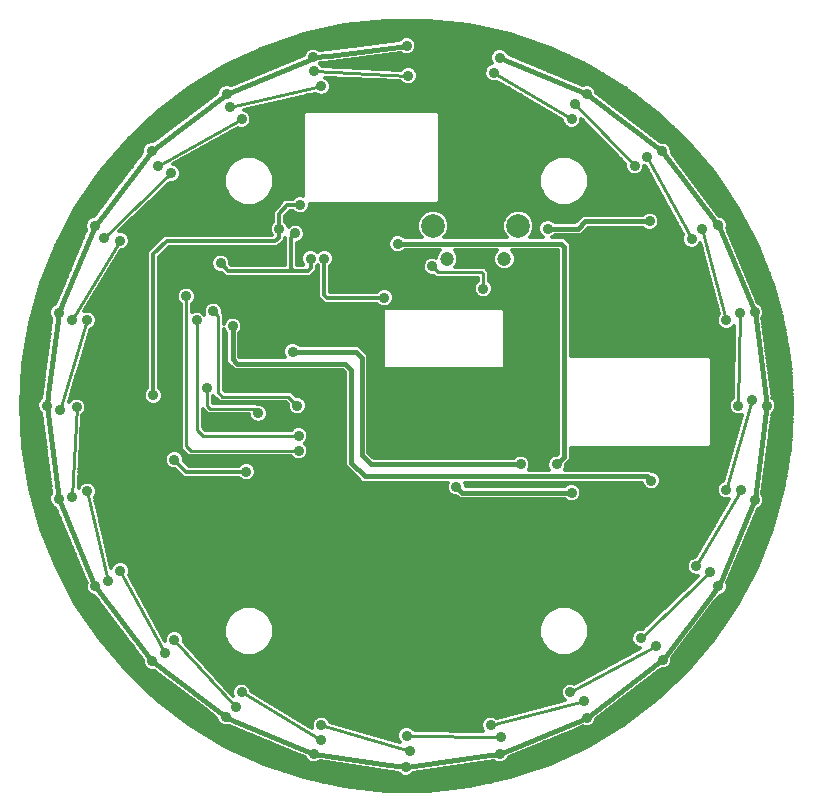
<source format=gbl>
G75*
%MOIN*%
%OFA0B0*%
%FSLAX24Y24*%
%IPPOS*%
%LPD*%
%AMOC8*
5,1,8,0,0,1.08239X$1,22.5*
%
%ADD10C,0.0472*%
%ADD11C,0.0787*%
%ADD12C,0.0120*%
%ADD13C,0.0350*%
%ADD14C,0.0160*%
%ADD15C,0.0100*%
D10*
X014505Y018058D03*
X016415Y018058D03*
D11*
X016881Y019160D03*
X014039Y019160D03*
D12*
X004916Y004189D02*
X003965Y004189D01*
X003840Y004308D02*
X004760Y004308D01*
X004727Y004332D02*
X006389Y003070D01*
X006389Y003070D01*
X006813Y002747D01*
X006813Y002721D01*
X006861Y002606D01*
X006950Y002517D01*
X007066Y002469D01*
X007191Y002469D01*
X007239Y002489D01*
X009563Y001528D01*
X009768Y001443D01*
X009793Y001382D01*
X009882Y001293D01*
X009997Y001245D01*
X010123Y001245D01*
X010238Y001293D01*
X010255Y001309D01*
X012631Y000964D01*
X012631Y000964D01*
X012864Y000931D01*
X012947Y000848D01*
X013063Y000800D01*
X013188Y000800D01*
X013304Y000848D01*
X013375Y000919D01*
X016052Y001308D01*
X016065Y001309D01*
X016082Y001293D01*
X016197Y001245D01*
X016323Y001245D01*
X016438Y001293D01*
X016527Y001382D01*
X016552Y001443D01*
X018620Y002298D01*
X019036Y002471D01*
X019097Y002445D01*
X019223Y002445D01*
X019338Y002493D01*
X019427Y002582D01*
X019475Y002697D01*
X019475Y002723D01*
X021609Y004345D01*
X021609Y004345D01*
X021615Y004350D01*
X021623Y004349D01*
X021657Y004378D01*
X021748Y004378D01*
X021863Y004426D01*
X021952Y004515D01*
X022000Y004630D01*
X022000Y004744D01*
X023444Y006644D01*
X023585Y006830D01*
X023611Y006830D01*
X023727Y006878D01*
X023815Y006966D01*
X023863Y007082D01*
X023863Y007207D01*
X023841Y007261D01*
X024841Y009635D01*
X024875Y009717D01*
X024938Y009743D01*
X025027Y009832D01*
X025075Y009947D01*
X025075Y010073D01*
X025027Y010188D01*
X025007Y010209D01*
X025349Y012904D01*
X025427Y012982D01*
X025475Y013097D01*
X025475Y013223D01*
X025427Y013338D01*
X025349Y013417D01*
X025016Y015992D01*
X025019Y015995D01*
X025005Y016082D01*
X025003Y016093D01*
X025017Y016107D01*
X025065Y016222D01*
X025065Y016348D01*
X025017Y016463D01*
X024928Y016552D01*
X024867Y016577D01*
X023866Y018997D01*
X023864Y019001D01*
X023866Y019005D01*
X023836Y019069D01*
X023858Y019120D01*
X023858Y019245D01*
X023810Y019361D01*
X023721Y019450D01*
X023605Y019498D01*
X023580Y019498D01*
X022175Y021345D01*
X022175Y021345D01*
X022088Y021460D01*
X021993Y021585D01*
X021993Y021699D01*
X021945Y021814D01*
X021857Y021903D01*
X021741Y021951D01*
X021641Y021951D01*
X019541Y023547D01*
X019541Y023547D01*
X019475Y023597D01*
X019475Y023623D01*
X020607Y023623D01*
X020763Y023505D02*
X019597Y023505D01*
X019475Y023623D02*
X019427Y023738D01*
X019338Y023827D01*
X019223Y023875D01*
X019097Y023875D01*
X019036Y023849D01*
X016552Y024877D01*
X016527Y024938D01*
X016438Y025027D01*
X016323Y025075D01*
X016197Y025075D01*
X016082Y025027D01*
X015993Y024938D01*
X015945Y024823D01*
X015945Y024697D01*
X015993Y024582D01*
X016000Y024575D01*
X015997Y024575D01*
X015882Y024527D01*
X015793Y024438D01*
X015745Y024323D01*
X015745Y024197D01*
X015793Y024082D01*
X015882Y023993D01*
X015997Y023945D01*
X016123Y023945D01*
X016179Y023968D01*
X018345Y022677D01*
X018345Y022647D01*
X018393Y022532D01*
X018482Y022443D01*
X018597Y022395D01*
X018723Y022395D01*
X018838Y022443D01*
X018927Y022532D01*
X018975Y022647D01*
X018975Y022718D01*
X020445Y021211D01*
X020445Y021097D01*
X020493Y020982D01*
X020582Y020893D01*
X020697Y020845D01*
X020823Y020845D01*
X020938Y020893D01*
X021027Y020982D01*
X021075Y021097D01*
X021075Y021154D01*
X021097Y021145D01*
X021115Y021145D01*
X022373Y018840D01*
X022345Y018773D01*
X022345Y018647D01*
X022393Y018532D01*
X022482Y018443D01*
X022597Y018395D01*
X022723Y018395D01*
X022838Y018443D01*
X022927Y018532D01*
X022942Y018569D01*
X023562Y016207D01*
X023543Y016188D01*
X023495Y016073D01*
X023495Y015947D01*
X023543Y015832D01*
X023632Y015743D01*
X023747Y015695D01*
X023873Y015695D01*
X023988Y015743D01*
X024063Y015817D01*
X024024Y013420D01*
X023943Y013338D01*
X023895Y013223D01*
X023895Y013097D01*
X023943Y012982D01*
X024032Y012893D01*
X024147Y012845D01*
X024273Y012845D01*
X024322Y012866D01*
X023696Y010654D01*
X023632Y010627D01*
X023543Y010538D01*
X023495Y010423D01*
X023495Y010297D01*
X023543Y010182D01*
X023632Y010093D01*
X023747Y010045D01*
X023873Y010045D01*
X023914Y010062D01*
X022775Y008125D01*
X022747Y008125D01*
X022632Y008077D01*
X022543Y007988D01*
X022495Y007873D01*
X022495Y007747D01*
X022543Y007632D01*
X022632Y007543D01*
X022747Y007495D01*
X022865Y007495D01*
X021014Y005725D01*
X020897Y005725D01*
X020782Y005677D01*
X020693Y005588D01*
X020645Y005473D01*
X020645Y005347D01*
X020693Y005232D01*
X020782Y005143D01*
X020897Y005095D01*
X020943Y005095D01*
X018740Y003897D01*
X018673Y003925D01*
X018547Y003925D01*
X018432Y003877D01*
X018343Y003788D01*
X018295Y003673D01*
X018295Y003547D01*
X018343Y003432D01*
X018431Y003344D01*
X016158Y002757D01*
X016138Y002777D01*
X016023Y002825D01*
X015897Y002825D01*
X015782Y002777D01*
X015693Y002688D01*
X015645Y002573D01*
X015645Y002447D01*
X015693Y002332D01*
X015715Y002309D01*
X013420Y002346D01*
X013338Y002427D01*
X013223Y002475D01*
X013097Y002475D01*
X012982Y002427D01*
X012893Y002338D01*
X012845Y002223D01*
X012845Y002097D01*
X012893Y001982D01*
X012918Y001956D01*
X010604Y002623D01*
X010577Y002688D01*
X010488Y002777D01*
X010373Y002825D01*
X010247Y002825D01*
X010132Y002777D01*
X010043Y002688D01*
X009995Y002573D01*
X009995Y002447D01*
X010009Y002414D01*
X007975Y003642D01*
X007975Y003673D01*
X007927Y003788D01*
X007838Y003877D01*
X007723Y003925D01*
X007597Y003925D01*
X007482Y003877D01*
X007393Y003788D01*
X007345Y003673D01*
X007345Y003547D01*
X007367Y003494D01*
X005725Y005297D01*
X005725Y005423D01*
X005677Y005538D01*
X005588Y005627D01*
X005473Y005675D01*
X005347Y005675D01*
X005232Y005627D01*
X005143Y005538D01*
X005095Y005423D01*
X005095Y005334D01*
X003897Y007530D01*
X003925Y007597D01*
X003925Y007723D01*
X003877Y007838D01*
X003788Y007927D01*
X003673Y007975D01*
X003547Y007975D01*
X003432Y007927D01*
X003343Y007838D01*
X003304Y007744D01*
X003304Y007744D01*
X002752Y010107D01*
X002777Y010132D01*
X002825Y010247D01*
X002825Y010373D01*
X002777Y010488D01*
X002688Y010577D01*
X002573Y010625D01*
X002447Y010625D01*
X002332Y010577D01*
X002243Y010488D01*
X002216Y010423D01*
X002337Y012842D01*
X002338Y012843D01*
X002427Y012932D01*
X002475Y013047D01*
X002475Y013173D01*
X002427Y013288D01*
X002338Y013377D01*
X002223Y013425D01*
X002097Y013425D01*
X001982Y013377D01*
X001893Y013288D01*
X001889Y013279D01*
X002620Y015714D01*
X002688Y015743D01*
X002777Y015832D01*
X002825Y015947D01*
X002825Y016073D01*
X002777Y016188D01*
X002688Y016277D01*
X002573Y016325D01*
X002447Y016325D01*
X002414Y016311D01*
X003642Y018345D01*
X003673Y018345D01*
X003788Y018393D01*
X003877Y018482D01*
X003925Y018597D01*
X003925Y018723D01*
X003877Y018838D01*
X003788Y018927D01*
X003673Y018975D01*
X003560Y018975D01*
X005255Y020595D01*
X005373Y020595D01*
X005488Y020643D01*
X005577Y020732D01*
X005625Y020847D01*
X005625Y020973D01*
X005577Y021088D01*
X005488Y021177D01*
X005373Y021225D01*
X005370Y021225D01*
X007532Y022422D01*
X007597Y022395D01*
X007723Y022395D01*
X007838Y022443D01*
X007927Y022532D01*
X007975Y022647D01*
X007975Y022773D01*
X007927Y022888D01*
X007838Y022977D01*
X007728Y023023D01*
X010106Y023568D01*
X010132Y023543D01*
X010247Y023495D01*
X010373Y023495D01*
X010488Y023543D01*
X010577Y023632D01*
X010625Y023747D01*
X010625Y023873D01*
X010577Y023988D01*
X010488Y024077D01*
X010427Y024102D01*
X012943Y023983D01*
X012943Y023982D01*
X013032Y023893D01*
X013147Y023845D01*
X013273Y023845D01*
X013388Y023893D01*
X013477Y023982D01*
X013525Y024097D01*
X015787Y024097D01*
X015745Y024216D02*
X013525Y024216D01*
X013525Y024223D02*
X013477Y024338D01*
X013388Y024427D01*
X013273Y024475D01*
X013147Y024475D01*
X013032Y024427D01*
X012966Y024362D01*
X010327Y024487D01*
X010327Y024488D01*
X010263Y024553D01*
X010285Y024575D01*
X010500Y024597D01*
X010502Y024595D01*
X010590Y024607D01*
X010678Y024616D01*
X010680Y024618D01*
X012962Y024913D01*
X012982Y024893D01*
X013097Y024845D01*
X013223Y024845D01*
X013338Y024893D01*
X013427Y024982D01*
X013475Y025097D01*
X013475Y025223D01*
X013427Y025338D01*
X013338Y025427D01*
X013223Y025475D01*
X013097Y025475D01*
X012982Y025427D01*
X012903Y025349D01*
X010539Y025044D01*
X010238Y025012D01*
X010213Y025037D01*
X010097Y025085D01*
X009972Y025085D01*
X009856Y025037D01*
X009768Y024948D01*
X009732Y024862D01*
X007409Y023901D01*
X007284Y023849D01*
X007223Y023875D01*
X007097Y023875D01*
X006982Y023827D01*
X006893Y023738D01*
X006845Y023623D01*
X005713Y023623D01*
X005557Y023505D02*
X006723Y023505D01*
X006845Y023597D02*
X004711Y021975D01*
X004597Y021975D01*
X004482Y021927D01*
X004393Y021838D01*
X004345Y021723D01*
X004345Y021609D01*
X002997Y019836D01*
X002723Y019475D01*
X002697Y019475D01*
X002582Y019427D01*
X002493Y019338D01*
X002445Y019223D01*
X002445Y019097D01*
X002471Y019036D01*
X001471Y016619D01*
X001443Y016552D01*
X001382Y016527D01*
X001293Y016438D01*
X001245Y016323D01*
X001245Y016197D01*
X001293Y016082D01*
X001313Y016062D01*
X001006Y013685D01*
X000971Y013417D01*
X000893Y013338D01*
X000845Y013223D01*
X000845Y013097D01*
X000893Y012982D01*
X000971Y012903D01*
X001313Y010258D01*
X001293Y010238D01*
X001245Y010123D01*
X001245Y009997D01*
X001293Y009882D01*
X001382Y009793D01*
X001443Y009768D01*
X002467Y007294D01*
X002465Y007289D01*
X002483Y007250D01*
X002462Y007200D01*
X002462Y007075D01*
X002510Y006959D01*
X002599Y006870D01*
X002715Y006822D01*
X002740Y006822D01*
X004304Y004764D01*
X004304Y004761D01*
X004359Y004692D01*
X004361Y004689D01*
X004361Y004585D01*
X004409Y004469D01*
X004498Y004380D01*
X004614Y004332D01*
X004727Y004332D01*
X004452Y004426D02*
X003737Y004426D01*
X003827Y004320D02*
X002926Y005380D01*
X002145Y006533D01*
X001493Y007762D01*
X000978Y009055D01*
X000606Y010397D01*
X000380Y011770D01*
X000305Y013160D01*
X000380Y014550D01*
X000606Y015923D01*
X000978Y017265D01*
X001493Y018558D01*
X002145Y019787D01*
X002926Y020940D01*
X003827Y022000D01*
X004838Y022958D01*
X005946Y023800D01*
X007139Y024518D01*
X008402Y025102D01*
X009721Y025546D01*
X011080Y025846D01*
X012464Y025996D01*
X013856Y025996D01*
X015240Y025846D01*
X016599Y025546D01*
X017918Y025102D01*
X019181Y024518D01*
X020374Y023800D01*
X021482Y022958D01*
X022493Y022000D01*
X023394Y020940D01*
X024175Y019787D01*
X024827Y018558D01*
X025342Y017265D01*
X025714Y015923D01*
X025940Y014550D01*
X026015Y013160D01*
X025940Y011770D01*
X025940Y011770D01*
X025714Y010397D01*
X025342Y009055D01*
X024827Y007762D01*
X024175Y006533D01*
X023394Y005380D01*
X022493Y004320D01*
X022493Y004320D01*
X021482Y003362D01*
X020374Y002520D01*
X019181Y001802D01*
X017918Y001218D01*
X016599Y000774D01*
X015240Y000474D01*
X013856Y000324D01*
X012464Y000324D01*
X011080Y000474D01*
X009721Y000774D01*
X008402Y001218D01*
X007139Y001802D01*
X005946Y002520D01*
X004838Y003362D01*
X003827Y004320D01*
X003636Y004545D02*
X004378Y004545D01*
X004361Y004663D02*
X003536Y004663D01*
X003435Y004782D02*
X004291Y004782D01*
X004201Y004900D02*
X003334Y004900D01*
X003234Y005019D02*
X004111Y005019D01*
X004021Y005137D02*
X003133Y005137D01*
X003032Y005256D02*
X003931Y005256D01*
X003841Y005374D02*
X002932Y005374D01*
X002850Y005493D02*
X003751Y005493D01*
X003661Y005611D02*
X002770Y005611D01*
X002690Y005730D02*
X003571Y005730D01*
X003481Y005848D02*
X002609Y005848D01*
X002529Y005967D02*
X003391Y005967D01*
X003301Y006085D02*
X002449Y006085D01*
X002368Y006204D02*
X003211Y006204D01*
X003121Y006322D02*
X002288Y006322D01*
X002208Y006441D02*
X003030Y006441D01*
X002940Y006559D02*
X002131Y006559D01*
X002068Y006678D02*
X002850Y006678D01*
X002760Y006796D02*
X002005Y006796D01*
X001943Y006915D02*
X002555Y006915D01*
X002480Y007033D02*
X001880Y007033D01*
X001817Y007152D02*
X002462Y007152D01*
X002473Y007270D02*
X001754Y007270D01*
X001691Y007389D02*
X002427Y007389D01*
X002378Y007507D02*
X001628Y007507D01*
X001566Y007626D02*
X002329Y007626D01*
X002280Y007744D02*
X001503Y007744D01*
X001453Y007863D02*
X002231Y007863D01*
X002182Y007981D02*
X001406Y007981D01*
X001359Y008100D02*
X002133Y008100D01*
X002084Y008218D02*
X001312Y008218D01*
X001264Y008337D02*
X002035Y008337D01*
X001986Y008455D02*
X001217Y008455D01*
X001170Y008574D02*
X001937Y008574D01*
X001888Y008692D02*
X001123Y008692D01*
X001075Y008811D02*
X001839Y008811D01*
X001790Y008929D02*
X001028Y008929D01*
X000981Y009048D02*
X001741Y009048D01*
X001692Y009166D02*
X000947Y009166D01*
X000914Y009285D02*
X001643Y009285D01*
X001594Y009403D02*
X000881Y009403D01*
X000848Y009522D02*
X001545Y009522D01*
X001496Y009640D02*
X000816Y009640D01*
X000783Y009759D02*
X001447Y009759D01*
X001298Y009877D02*
X000750Y009877D01*
X000717Y009996D02*
X001246Y009996D01*
X001245Y010114D02*
X000684Y010114D01*
X000651Y010233D02*
X001291Y010233D01*
X001301Y010351D02*
X000618Y010351D01*
X000594Y010470D02*
X001285Y010470D01*
X001270Y010588D02*
X000574Y010588D01*
X000555Y010707D02*
X001255Y010707D01*
X001239Y010825D02*
X000535Y010825D01*
X000516Y010944D02*
X001224Y010944D01*
X001209Y011062D02*
X000496Y011062D01*
X000477Y011181D02*
X001194Y011181D01*
X001178Y011299D02*
X000458Y011299D01*
X000438Y011418D02*
X001163Y011418D01*
X001148Y011536D02*
X000419Y011536D01*
X000399Y011655D02*
X001132Y011655D01*
X001117Y011773D02*
X000380Y011773D01*
X000374Y011892D02*
X001102Y011892D01*
X001087Y012010D02*
X000367Y012010D01*
X000361Y012129D02*
X001071Y012129D01*
X001056Y012247D02*
X000354Y012247D01*
X000348Y012366D02*
X001041Y012366D01*
X001025Y012484D02*
X000342Y012484D01*
X000335Y012603D02*
X001010Y012603D01*
X000995Y012721D02*
X000329Y012721D01*
X000322Y012840D02*
X000980Y012840D01*
X000916Y012958D02*
X000316Y012958D01*
X000310Y013077D02*
X000854Y013077D01*
X000845Y013195D02*
X000307Y013195D01*
X000313Y013314D02*
X000883Y013314D01*
X000973Y013432D02*
X000320Y013432D01*
X000326Y013551D02*
X000989Y013551D01*
X001004Y013669D02*
X000333Y013669D01*
X000339Y013788D02*
X001019Y013788D01*
X001034Y013906D02*
X000345Y013906D01*
X000352Y014025D02*
X001050Y014025D01*
X001065Y014143D02*
X000358Y014143D01*
X000365Y014262D02*
X001080Y014262D01*
X001096Y014380D02*
X000371Y014380D01*
X000378Y014499D02*
X001111Y014499D01*
X001126Y014617D02*
X000391Y014617D01*
X000411Y014736D02*
X001141Y014736D01*
X001157Y014854D02*
X000430Y014854D01*
X000450Y014973D02*
X001172Y014973D01*
X001187Y015091D02*
X000469Y015091D01*
X000489Y015210D02*
X001203Y015210D01*
X001218Y015328D02*
X000508Y015328D01*
X000527Y015447D02*
X001233Y015447D01*
X001249Y015565D02*
X000547Y015565D01*
X000566Y015684D02*
X001264Y015684D01*
X001279Y015802D02*
X000586Y015802D01*
X000605Y015921D02*
X001294Y015921D01*
X001310Y016039D02*
X000638Y016039D01*
X000671Y016158D02*
X001261Y016158D01*
X001245Y016276D02*
X000703Y016276D01*
X000736Y016395D02*
X001275Y016395D01*
X001368Y016513D02*
X000769Y016513D01*
X000802Y016632D02*
X001476Y016632D01*
X001525Y016750D02*
X000835Y016750D01*
X000868Y016869D02*
X001574Y016869D01*
X001623Y016987D02*
X000901Y016987D01*
X000934Y017106D02*
X001672Y017106D01*
X001721Y017224D02*
X000967Y017224D01*
X001009Y017343D02*
X001770Y017343D01*
X001819Y017461D02*
X001056Y017461D01*
X001103Y017580D02*
X001868Y017580D01*
X001917Y017698D02*
X001151Y017698D01*
X001198Y017817D02*
X001966Y017817D01*
X002015Y017935D02*
X001245Y017935D01*
X001292Y018054D02*
X002064Y018054D01*
X002113Y018172D02*
X001339Y018172D01*
X001387Y018291D02*
X002162Y018291D01*
X002211Y018409D02*
X001434Y018409D01*
X001481Y018528D02*
X002260Y018528D01*
X002309Y018646D02*
X001540Y018646D01*
X001603Y018765D02*
X002358Y018765D01*
X002407Y018883D02*
X001666Y018883D01*
X001728Y019002D02*
X002456Y019002D01*
X002445Y019120D02*
X001791Y019120D01*
X001854Y019239D02*
X002452Y019239D01*
X002512Y019357D02*
X001917Y019357D01*
X001980Y019476D02*
X002723Y019476D01*
X002814Y019594D02*
X002043Y019594D01*
X002105Y019713D02*
X002904Y019713D01*
X002994Y019831D02*
X002175Y019831D01*
X002255Y019950D02*
X003084Y019950D01*
X002997Y019836D02*
X002997Y019836D01*
X003174Y020068D02*
X002335Y020068D01*
X002416Y020187D02*
X003264Y020187D01*
X003354Y020305D02*
X002496Y020305D01*
X002576Y020424D02*
X003444Y020424D01*
X003534Y020542D02*
X002657Y020542D01*
X002737Y020661D02*
X003624Y020661D01*
X003714Y020779D02*
X002817Y020779D01*
X002898Y020898D02*
X003804Y020898D01*
X003894Y021016D02*
X002991Y021016D01*
X003092Y021135D02*
X003984Y021135D01*
X004074Y021253D02*
X003193Y021253D01*
X003293Y021372D02*
X004164Y021372D01*
X004255Y021490D02*
X003394Y021490D01*
X003495Y021609D02*
X004345Y021609D01*
X004347Y021727D02*
X003595Y021727D01*
X003696Y021846D02*
X004400Y021846D01*
X004571Y021964D02*
X003796Y021964D01*
X003914Y022083D02*
X004852Y022083D01*
X005008Y022201D02*
X004039Y022201D01*
X004164Y022320D02*
X005164Y022320D01*
X005320Y022438D02*
X004289Y022438D01*
X004414Y022557D02*
X005476Y022557D01*
X005632Y022675D02*
X004540Y022675D01*
X004665Y022794D02*
X005788Y022794D01*
X005944Y022912D02*
X004790Y022912D01*
X004838Y022958D02*
X004838Y022958D01*
X004934Y023031D02*
X006100Y023031D01*
X006256Y023149D02*
X005090Y023149D01*
X005246Y023268D02*
X006412Y023268D01*
X006568Y023386D02*
X005401Y023386D01*
X005869Y023742D02*
X006896Y023742D01*
X006845Y023623D02*
X006845Y023597D01*
X007061Y023860D02*
X006046Y023860D01*
X006243Y023979D02*
X007596Y023979D01*
X007882Y024097D02*
X006440Y024097D01*
X006637Y024216D02*
X008169Y024216D01*
X008455Y024334D02*
X006834Y024334D01*
X007031Y024453D02*
X008742Y024453D01*
X009028Y024571D02*
X007254Y024571D01*
X007510Y024690D02*
X009314Y024690D01*
X009601Y024808D02*
X007767Y024808D01*
X008023Y024927D02*
X009759Y024927D01*
X009876Y025045D02*
X008279Y025045D01*
X008585Y025164D02*
X011468Y025164D01*
X011233Y024690D02*
X015948Y024690D01*
X015945Y024808D02*
X012152Y024808D01*
X012387Y025282D02*
X008936Y025282D01*
X009288Y025401D02*
X012955Y025401D01*
X013365Y025401D02*
X017032Y025401D01*
X016680Y025519D02*
X009640Y025519D01*
X010135Y025638D02*
X016185Y025638D01*
X015647Y025756D02*
X010673Y025756D01*
X010550Y025045D02*
X010193Y025045D01*
X010281Y024571D02*
X015988Y024571D01*
X015807Y024453D02*
X013327Y024453D01*
X013479Y024334D02*
X015750Y024334D01*
X015916Y023979D02*
X013474Y023979D01*
X013525Y024097D02*
X013525Y024223D01*
X013309Y023860D02*
X016360Y023860D01*
X016559Y023742D02*
X010623Y023742D01*
X010625Y023860D02*
X013111Y023860D01*
X012946Y023979D02*
X010581Y023979D01*
X010537Y024097D02*
X010440Y024097D01*
X010569Y023623D02*
X016757Y023623D01*
X016956Y023505D02*
X010396Y023505D01*
X010224Y023505D02*
X009828Y023505D01*
X009312Y023386D02*
X017155Y023386D01*
X017354Y023268D02*
X008796Y023268D01*
X008280Y023149D02*
X017552Y023149D01*
X017751Y023031D02*
X007763Y023031D01*
X007903Y022912D02*
X009729Y022912D01*
X009695Y022878D02*
X009695Y020166D01*
X009673Y020175D01*
X009547Y020175D01*
X009432Y020127D01*
X009365Y020060D01*
X009232Y020060D01*
X009224Y020067D01*
X009151Y020060D01*
X009077Y020060D01*
X009070Y020053D01*
X009059Y020052D01*
X009012Y019995D01*
X008960Y019943D01*
X008960Y019932D01*
X008762Y019695D01*
X008710Y019643D01*
X008710Y019632D01*
X008703Y019624D01*
X008710Y019551D01*
X008710Y019295D01*
X008643Y019228D01*
X008595Y019113D01*
X008595Y018987D01*
X008643Y018872D01*
X008655Y018860D01*
X005077Y018860D01*
X004627Y018410D01*
X004510Y018293D01*
X004510Y013755D01*
X004443Y013688D01*
X004395Y013573D01*
X004395Y013447D01*
X004443Y013332D01*
X004532Y013243D01*
X004647Y013195D01*
X002466Y013195D01*
X002475Y013077D02*
X005620Y013077D01*
X005620Y013195D02*
X004773Y013195D01*
X004888Y013243D01*
X004977Y013332D01*
X005025Y013447D01*
X005025Y013573D01*
X004977Y013688D01*
X004910Y013755D01*
X004910Y018127D01*
X005243Y018460D01*
X008740Y018460D01*
X008802Y018448D01*
X008821Y018460D01*
X008843Y018460D01*
X008887Y018505D01*
X008971Y018560D01*
X008993Y018560D01*
X009037Y018605D01*
X009090Y018640D01*
X009094Y018661D01*
X009110Y018677D01*
X009110Y018740D01*
X009110Y018740D01*
X009110Y017860D01*
X007293Y017860D01*
X007275Y017878D01*
X007275Y017973D01*
X007227Y018088D01*
X007138Y018177D01*
X007023Y018225D01*
X006897Y018225D01*
X006782Y018177D01*
X006693Y018088D01*
X006645Y017973D01*
X006645Y017847D01*
X006693Y017732D01*
X006782Y017643D01*
X006897Y017595D01*
X006992Y017595D01*
X007010Y017577D01*
X007127Y017460D01*
X009943Y017460D01*
X010043Y017560D01*
X010160Y017677D01*
X010160Y017815D01*
X010185Y017840D01*
X010210Y017815D01*
X010210Y016777D01*
X010310Y016677D01*
X010427Y016560D01*
X012165Y016560D01*
X012232Y016493D01*
X012347Y016445D01*
X012473Y016445D01*
X012588Y016493D01*
X012677Y016582D01*
X012725Y016697D01*
X012725Y016823D01*
X012677Y016938D01*
X012588Y017027D01*
X012473Y017075D01*
X012347Y017075D01*
X012232Y017027D01*
X012165Y016960D01*
X010610Y016960D01*
X010610Y017815D01*
X010677Y017882D01*
X010725Y017997D01*
X010725Y018123D01*
X010677Y018238D01*
X010588Y018327D01*
X010473Y018375D01*
X010347Y018375D01*
X010232Y018327D01*
X010185Y018280D01*
X010138Y018327D01*
X010023Y018375D01*
X009897Y018375D01*
X009782Y018327D01*
X009693Y018238D01*
X009645Y018123D01*
X009645Y017997D01*
X009693Y017882D01*
X009715Y017860D01*
X009510Y017860D01*
X009510Y018598D01*
X009618Y018643D01*
X009707Y018732D01*
X009755Y018847D01*
X009755Y018973D01*
X009707Y019088D01*
X009618Y019177D01*
X009503Y019225D01*
X009377Y019225D01*
X009262Y019177D01*
X009217Y019132D01*
X009177Y019228D01*
X009110Y019295D01*
X009110Y019488D01*
X009254Y019660D01*
X009365Y019660D01*
X009432Y019593D01*
X009547Y019545D01*
X009673Y019545D01*
X009788Y019593D01*
X009877Y019682D01*
X009925Y019797D01*
X009925Y019895D01*
X014178Y019895D01*
X014275Y019992D01*
X014275Y022878D01*
X014178Y022975D01*
X009792Y022975D01*
X009695Y022878D01*
X009695Y022794D02*
X007966Y022794D01*
X007975Y022675D02*
X009695Y022675D01*
X009695Y022557D02*
X007937Y022557D01*
X007827Y022438D02*
X009695Y022438D01*
X009695Y022320D02*
X007347Y022320D01*
X007133Y022201D02*
X009695Y022201D01*
X009695Y022083D02*
X006919Y022083D01*
X006705Y021964D02*
X009695Y021964D01*
X009695Y021846D02*
X006491Y021846D01*
X006277Y021727D02*
X009695Y021727D01*
X009695Y021609D02*
X006063Y021609D01*
X005849Y021490D02*
X009695Y021490D01*
X009695Y021372D02*
X008361Y021372D01*
X008380Y021364D02*
X008075Y021490D01*
X007745Y021490D01*
X007440Y021364D01*
X007206Y021130D01*
X007080Y020825D01*
X007080Y020495D01*
X007206Y020190D01*
X007440Y019956D01*
X007745Y019830D01*
X007951Y019830D01*
X008075Y019830D01*
X008075Y019830D01*
X008380Y019956D01*
X008614Y020190D01*
X008740Y020495D01*
X008740Y020825D01*
X008614Y021130D01*
X008614Y021130D01*
X008380Y021364D01*
X008380Y021364D01*
X008491Y021253D02*
X009695Y021253D01*
X009695Y021135D02*
X008609Y021135D01*
X008661Y021016D02*
X009695Y021016D01*
X009695Y020898D02*
X008710Y020898D01*
X008740Y020779D02*
X009695Y020779D01*
X009695Y020661D02*
X008740Y020661D01*
X008740Y020542D02*
X009695Y020542D01*
X009695Y020424D02*
X008710Y020424D01*
X008661Y020305D02*
X009695Y020305D01*
X009695Y020187D02*
X008610Y020187D01*
X008614Y020190D02*
X008614Y020190D01*
X008492Y020068D02*
X009373Y020068D01*
X009160Y019860D02*
X009610Y019860D01*
X009925Y019831D02*
X018242Y019831D01*
X018245Y019830D02*
X018369Y019830D01*
X018575Y019830D01*
X018880Y019956D01*
X019114Y020190D01*
X019240Y020495D01*
X019240Y020825D01*
X019114Y021130D01*
X019114Y021130D01*
X018880Y021364D01*
X018575Y021490D01*
X018245Y021490D01*
X017940Y021364D01*
X017706Y021130D01*
X017580Y020825D01*
X017580Y020495D01*
X017706Y020190D01*
X017940Y019956D01*
X018245Y019830D01*
X017956Y019950D02*
X014233Y019950D01*
X014275Y020068D02*
X017828Y020068D01*
X017940Y019956D02*
X017940Y019956D01*
X017710Y020187D02*
X014275Y020187D01*
X014275Y020305D02*
X017659Y020305D01*
X017706Y020190D02*
X017706Y020190D01*
X017610Y020424D02*
X014275Y020424D01*
X014275Y020542D02*
X017580Y020542D01*
X017580Y020661D02*
X014275Y020661D01*
X014275Y020779D02*
X017580Y020779D01*
X017610Y020898D02*
X014275Y020898D01*
X014275Y021016D02*
X017659Y021016D01*
X017706Y021130D02*
X017706Y021130D01*
X017711Y021135D02*
X014275Y021135D01*
X014275Y021253D02*
X017829Y021253D01*
X017940Y021364D02*
X017940Y021364D01*
X017959Y021372D02*
X014275Y021372D01*
X014275Y021490D02*
X020173Y021490D01*
X020288Y021372D02*
X018861Y021372D01*
X018880Y021364D02*
X018880Y021364D01*
X018991Y021253D02*
X020404Y021253D01*
X020445Y021135D02*
X019109Y021135D01*
X019161Y021016D02*
X020479Y021016D01*
X020577Y020898D02*
X019210Y020898D01*
X019240Y020779D02*
X021315Y020779D01*
X021380Y020661D02*
X019240Y020661D01*
X019240Y020542D02*
X021444Y020542D01*
X021509Y020424D02*
X019210Y020424D01*
X019161Y020305D02*
X021574Y020305D01*
X021638Y020187D02*
X019110Y020187D01*
X019114Y020190D02*
X019114Y020190D01*
X019114Y020190D01*
X018992Y020068D02*
X021703Y020068D01*
X021767Y019950D02*
X018864Y019950D01*
X018578Y019831D02*
X021832Y019831D01*
X021897Y019713D02*
X009890Y019713D01*
X009790Y019594D02*
X013718Y019594D01*
X013736Y019612D02*
X013586Y019462D01*
X013505Y019266D01*
X013505Y019054D01*
X013586Y018858D01*
X013664Y018780D01*
X013085Y018780D01*
X013038Y018827D01*
X012923Y018875D01*
X012797Y018875D01*
X012682Y018827D01*
X012593Y018738D01*
X012545Y018623D01*
X012545Y018497D01*
X012593Y018382D01*
X012682Y018293D01*
X012797Y018245D01*
X012923Y018245D01*
X013038Y018293D01*
X013085Y018340D01*
X014256Y018340D01*
X014186Y018271D01*
X014129Y018132D01*
X014129Y018102D01*
X014073Y018125D01*
X013947Y018125D01*
X013832Y018077D01*
X013743Y017988D01*
X013695Y017873D01*
X013695Y017747D01*
X013743Y017632D01*
X013832Y017543D01*
X013947Y017495D01*
X014056Y017495D01*
X014131Y017420D01*
X015520Y017420D01*
X015520Y017315D01*
X015443Y017238D01*
X015395Y017123D01*
X015395Y016997D01*
X015443Y016882D01*
X015532Y016793D01*
X015647Y016745D01*
X015773Y016745D01*
X015888Y016793D01*
X015977Y016882D01*
X016025Y016997D01*
X016025Y017123D01*
X015977Y017238D01*
X015900Y017315D01*
X015900Y017639D01*
X015789Y017750D01*
X015739Y017800D01*
X014780Y017800D01*
X014824Y017845D01*
X014881Y017983D01*
X014881Y018132D01*
X014824Y018271D01*
X014755Y018340D01*
X016165Y018340D01*
X016096Y018271D01*
X016039Y018132D01*
X016039Y017983D01*
X016096Y017845D01*
X016202Y017739D01*
X016340Y017681D01*
X016490Y017681D01*
X016628Y017739D01*
X016734Y017845D01*
X016791Y017983D01*
X016791Y018132D01*
X016734Y018271D01*
X016664Y018340D01*
X018190Y018340D01*
X018190Y011551D01*
X018164Y011525D01*
X018097Y011525D01*
X017982Y011477D01*
X017893Y011388D01*
X017845Y011273D01*
X017845Y011147D01*
X017893Y011032D01*
X017895Y011030D01*
X017225Y011030D01*
X017227Y011032D01*
X017275Y011147D01*
X017275Y011273D01*
X017227Y011388D01*
X017138Y011477D01*
X017023Y011525D01*
X016897Y011525D01*
X016782Y011477D01*
X016735Y011430D01*
X012051Y011430D01*
X011880Y011601D01*
X011880Y014851D01*
X011680Y015051D01*
X011551Y015180D01*
X009585Y015180D01*
X009538Y015227D01*
X009423Y015275D01*
X009297Y015275D01*
X009182Y015227D01*
X009093Y015138D01*
X009045Y015023D01*
X009045Y014897D01*
X009093Y014782D01*
X009095Y014780D01*
X007601Y014780D01*
X007580Y014801D01*
X007580Y015585D01*
X007627Y015632D01*
X007675Y015747D01*
X007675Y015873D01*
X007627Y015988D01*
X007538Y016077D01*
X007423Y016125D01*
X007297Y016125D01*
X007182Y016077D01*
X007093Y015988D01*
X007050Y015885D01*
X007050Y016239D01*
X007025Y016264D01*
X007025Y016373D01*
X006977Y016488D01*
X006888Y016577D01*
X006773Y016625D01*
X006647Y016625D01*
X006532Y016577D01*
X006443Y016488D01*
X006395Y016373D01*
X006395Y016247D01*
X006414Y016201D01*
X006338Y016277D01*
X006223Y016325D01*
X006097Y016325D01*
X006000Y016285D01*
X006000Y016555D01*
X006077Y016632D01*
X006125Y016747D01*
X006125Y016873D01*
X006077Y016988D01*
X005988Y017077D01*
X005873Y017125D01*
X005747Y017125D01*
X005632Y017077D01*
X005543Y016988D01*
X005495Y016873D01*
X005495Y016747D01*
X005543Y016632D01*
X005620Y016555D01*
X005620Y011731D01*
X005731Y011620D01*
X005881Y011470D01*
X009305Y011470D01*
X009382Y011393D01*
X009497Y011345D01*
X009623Y011345D01*
X009738Y011393D01*
X009827Y011482D01*
X009875Y011597D01*
X009875Y011723D01*
X009827Y011838D01*
X009755Y011910D01*
X009827Y011982D01*
X009875Y012097D01*
X009875Y012223D01*
X009827Y012338D01*
X009738Y012427D01*
X009623Y012475D01*
X009497Y012475D01*
X009382Y012427D01*
X009305Y012350D01*
X006439Y012350D01*
X006350Y012439D01*
X006350Y013051D01*
X006431Y012970D01*
X006531Y012870D01*
X007895Y012870D01*
X007895Y012847D01*
X007943Y012732D01*
X008032Y012643D01*
X008147Y012595D01*
X008273Y012595D01*
X008388Y012643D01*
X008477Y012732D01*
X008525Y012847D01*
X008525Y012973D01*
X008477Y013088D01*
X008388Y013177D01*
X008273Y013225D01*
X008164Y013225D01*
X008139Y013250D01*
X006700Y013250D01*
X006700Y013501D01*
X006781Y013420D01*
X006931Y013270D01*
X009131Y013270D01*
X009195Y013206D01*
X009195Y013097D01*
X009243Y012982D01*
X009332Y012893D01*
X009447Y012845D01*
X009573Y012845D01*
X009688Y012893D01*
X009777Y012982D01*
X009825Y013097D01*
X009825Y013223D01*
X009777Y013338D01*
X009688Y013427D01*
X009573Y013475D01*
X009464Y013475D01*
X009400Y013539D01*
X009289Y013650D01*
X007089Y013650D01*
X007050Y013689D01*
X007050Y015735D01*
X007093Y015632D01*
X007140Y015585D01*
X007140Y014619D01*
X007269Y014490D01*
X007419Y014340D01*
X011019Y014340D01*
X011090Y014269D01*
X011090Y011169D01*
X011219Y011040D01*
X011669Y010590D01*
X014523Y010590D01*
X014495Y010523D01*
X014495Y010397D01*
X014543Y010282D01*
X014632Y010193D01*
X014747Y010145D01*
X014814Y010145D01*
X014919Y010040D01*
X018435Y010040D01*
X018482Y009993D01*
X018597Y009945D01*
X018723Y009945D01*
X018838Y009993D01*
X018927Y010082D01*
X018975Y010197D01*
X018975Y010323D01*
X018927Y010438D01*
X018838Y010527D01*
X018723Y010575D01*
X018597Y010575D01*
X018482Y010527D01*
X018435Y010480D01*
X015125Y010480D01*
X015125Y010523D01*
X015097Y010590D01*
X020998Y010590D01*
X021043Y010482D01*
X021132Y010393D01*
X021247Y010345D01*
X021373Y010345D01*
X021488Y010393D01*
X021577Y010482D01*
X021625Y010597D01*
X021625Y010723D01*
X021577Y010838D01*
X021488Y010927D01*
X021373Y010975D01*
X021306Y010975D01*
X021251Y011030D01*
X018425Y011030D01*
X018427Y011032D01*
X018475Y011147D01*
X018475Y011214D01*
X018501Y011240D01*
X018630Y011369D01*
X018630Y011745D01*
X023228Y011745D01*
X023325Y011842D01*
X023325Y014728D01*
X023228Y014825D01*
X018630Y014825D01*
X018630Y018551D01*
X018530Y018651D01*
X018401Y018780D01*
X018007Y018780D01*
X018038Y018793D01*
X018085Y018840D01*
X018951Y018840D01*
X019201Y019090D01*
X021035Y019090D01*
X021082Y019043D01*
X021197Y018995D01*
X021323Y018995D01*
X021438Y019043D01*
X021527Y019132D01*
X021575Y019247D01*
X021575Y019373D01*
X021527Y019488D01*
X021438Y019577D01*
X021323Y019625D01*
X021197Y019625D01*
X021082Y019577D01*
X021035Y019530D01*
X019019Y019530D01*
X018890Y019401D01*
X018769Y019280D01*
X018085Y019280D01*
X018038Y019327D01*
X017923Y019375D01*
X017797Y019375D01*
X017682Y019327D01*
X017593Y019238D01*
X017545Y019123D01*
X017545Y018997D01*
X017593Y018882D01*
X017682Y018793D01*
X017713Y018780D01*
X017256Y018780D01*
X017334Y018858D01*
X017415Y019054D01*
X017415Y019266D01*
X017334Y019462D01*
X017184Y019612D01*
X016987Y019694D01*
X016775Y019694D01*
X016579Y019612D01*
X016429Y019462D01*
X016348Y019266D01*
X016348Y019054D01*
X016429Y018858D01*
X016506Y018780D01*
X014414Y018780D01*
X014491Y018858D01*
X014572Y019054D01*
X014572Y019266D01*
X014491Y019462D01*
X014341Y019612D01*
X014145Y019694D01*
X013933Y019694D01*
X013736Y019612D01*
X013600Y019476D02*
X009110Y019476D01*
X009110Y019357D02*
X013543Y019357D01*
X013505Y019239D02*
X009167Y019239D01*
X008910Y019050D02*
X008910Y018760D01*
X008760Y018660D01*
X005160Y018660D01*
X004710Y018210D01*
X004710Y013510D01*
X004461Y013314D02*
X002402Y013314D01*
X002438Y012958D02*
X005620Y012958D01*
X005620Y012840D02*
X002337Y012840D01*
X002331Y012721D02*
X005620Y012721D01*
X005620Y012603D02*
X002325Y012603D01*
X002319Y012484D02*
X005620Y012484D01*
X005620Y012366D02*
X002313Y012366D01*
X002307Y012247D02*
X005620Y012247D01*
X005620Y012129D02*
X002301Y012129D01*
X002295Y012010D02*
X005620Y012010D01*
X005620Y011892D02*
X002289Y011892D01*
X002283Y011773D02*
X005620Y011773D01*
X005697Y011655D02*
X005522Y011655D01*
X005473Y011675D02*
X005347Y011675D01*
X005232Y011627D01*
X005143Y011538D01*
X005095Y011423D01*
X005095Y011297D01*
X005143Y011182D01*
X005232Y011093D01*
X005347Y011045D01*
X005442Y011045D01*
X005727Y010760D01*
X007565Y010760D01*
X007632Y010693D01*
X007747Y010645D01*
X007873Y010645D01*
X007988Y010693D01*
X008077Y010782D01*
X008125Y010897D01*
X008125Y011023D01*
X008077Y011138D01*
X007988Y011227D01*
X007873Y011275D01*
X007747Y011275D01*
X007632Y011227D01*
X007565Y011160D01*
X005893Y011160D01*
X005725Y011328D01*
X005725Y011423D01*
X005677Y011538D01*
X005588Y011627D01*
X005473Y011675D01*
X005298Y011655D02*
X002277Y011655D01*
X002272Y011536D02*
X005142Y011536D01*
X005095Y011418D02*
X002266Y011418D01*
X002260Y011299D02*
X005095Y011299D01*
X005144Y011181D02*
X002254Y011181D01*
X002248Y011062D02*
X005306Y011062D01*
X005544Y010944D02*
X002242Y010944D01*
X002236Y010825D02*
X005662Y010825D01*
X005810Y010960D02*
X007810Y010960D01*
X007585Y011181D02*
X005872Y011181D01*
X005754Y011299D02*
X011090Y011299D01*
X011090Y011181D02*
X008035Y011181D01*
X008109Y011062D02*
X011197Y011062D01*
X011315Y010944D02*
X008125Y010944D01*
X008095Y010825D02*
X011434Y010825D01*
X011552Y010707D02*
X008002Y010707D01*
X007618Y010707D02*
X002230Y010707D01*
X002224Y010588D02*
X002358Y010588D01*
X002235Y010470D02*
X002218Y010470D01*
X002662Y010588D02*
X014522Y010588D01*
X014495Y010470D02*
X002785Y010470D01*
X002825Y010351D02*
X014514Y010351D01*
X014592Y010233D02*
X002819Y010233D01*
X002759Y010114D02*
X014845Y010114D01*
X015098Y010588D02*
X020999Y010588D01*
X021055Y010470D02*
X018896Y010470D01*
X018963Y010351D02*
X021233Y010351D01*
X021387Y010351D02*
X023495Y010351D01*
X023514Y010470D02*
X021565Y010470D01*
X021621Y010588D02*
X023593Y010588D01*
X023711Y010707D02*
X021625Y010707D01*
X021583Y010825D02*
X023744Y010825D01*
X023778Y010944D02*
X021449Y010944D01*
X023256Y011773D02*
X024013Y011773D01*
X024046Y011892D02*
X023325Y011892D01*
X023325Y012010D02*
X024080Y012010D01*
X024114Y012129D02*
X023325Y012129D01*
X023325Y012247D02*
X024147Y012247D01*
X024181Y012366D02*
X023325Y012366D01*
X023325Y012484D02*
X024214Y012484D01*
X024248Y012603D02*
X023325Y012603D01*
X023325Y012721D02*
X024281Y012721D01*
X024315Y012840D02*
X023325Y012840D01*
X023325Y012958D02*
X023966Y012958D01*
X023904Y013077D02*
X023325Y013077D01*
X023325Y013195D02*
X023895Y013195D01*
X023933Y013314D02*
X023325Y013314D01*
X023325Y013432D02*
X024024Y013432D01*
X024026Y013551D02*
X023325Y013551D01*
X023325Y013669D02*
X024028Y013669D01*
X024030Y013788D02*
X023325Y013788D01*
X023325Y013906D02*
X024032Y013906D01*
X024034Y014025D02*
X023325Y014025D01*
X023325Y014143D02*
X024036Y014143D01*
X024038Y014262D02*
X023325Y014262D01*
X023325Y014380D02*
X024040Y014380D01*
X024042Y014499D02*
X023325Y014499D01*
X023325Y014617D02*
X024043Y014617D01*
X024045Y014736D02*
X023318Y014736D01*
X024047Y014854D02*
X018630Y014854D01*
X018630Y014973D02*
X024049Y014973D01*
X024051Y015091D02*
X018630Y015091D01*
X018630Y015210D02*
X024053Y015210D01*
X024055Y015328D02*
X018630Y015328D01*
X018630Y015447D02*
X024057Y015447D01*
X024059Y015565D02*
X018630Y015565D01*
X018630Y015684D02*
X024061Y015684D01*
X024048Y015802D02*
X024063Y015802D01*
X023572Y015802D02*
X018630Y015802D01*
X018630Y015921D02*
X023506Y015921D01*
X023495Y016039D02*
X018630Y016039D01*
X018630Y016158D02*
X023530Y016158D01*
X023544Y016276D02*
X018630Y016276D01*
X018630Y016395D02*
X023513Y016395D01*
X023482Y016513D02*
X018630Y016513D01*
X018630Y016632D02*
X023451Y016632D01*
X023419Y016750D02*
X018630Y016750D01*
X018630Y016869D02*
X023388Y016869D01*
X023357Y016987D02*
X018630Y016987D01*
X018630Y017106D02*
X023326Y017106D01*
X023295Y017224D02*
X018630Y017224D01*
X018630Y017343D02*
X023264Y017343D01*
X023233Y017461D02*
X018630Y017461D01*
X018630Y017580D02*
X023202Y017580D01*
X023171Y017698D02*
X018630Y017698D01*
X018630Y017817D02*
X023140Y017817D01*
X023109Y017935D02*
X018630Y017935D01*
X018630Y018054D02*
X023078Y018054D01*
X023046Y018172D02*
X018630Y018172D01*
X018630Y018291D02*
X023015Y018291D01*
X022984Y018409D02*
X022757Y018409D01*
X022563Y018409D02*
X018630Y018409D01*
X018630Y018528D02*
X022397Y018528D01*
X022346Y018646D02*
X018535Y018646D01*
X018417Y018765D02*
X022345Y018765D01*
X022349Y018883D02*
X018994Y018883D01*
X019113Y019002D02*
X021182Y019002D01*
X021338Y019002D02*
X022285Y019002D01*
X022220Y019120D02*
X021516Y019120D01*
X021571Y019239D02*
X022155Y019239D01*
X022091Y019357D02*
X021575Y019357D01*
X021532Y019476D02*
X022026Y019476D01*
X021961Y019594D02*
X021397Y019594D01*
X021123Y019594D02*
X017202Y019594D01*
X017320Y019476D02*
X018964Y019476D01*
X018846Y019357D02*
X017966Y019357D01*
X017754Y019357D02*
X017377Y019357D01*
X017415Y019239D02*
X017593Y019239D01*
X017545Y019120D02*
X017415Y019120D01*
X017393Y019002D02*
X017545Y019002D01*
X017592Y018883D02*
X017344Y018883D01*
X016714Y018291D02*
X018190Y018291D01*
X018190Y018172D02*
X016775Y018172D01*
X016791Y018054D02*
X018190Y018054D01*
X018190Y017935D02*
X016771Y017935D01*
X016706Y017817D02*
X018190Y017817D01*
X018190Y017698D02*
X016530Y017698D01*
X016300Y017698D02*
X015841Y017698D01*
X015900Y017580D02*
X018190Y017580D01*
X018190Y017461D02*
X015900Y017461D01*
X015900Y017343D02*
X018190Y017343D01*
X018190Y017224D02*
X015983Y017224D01*
X016025Y017106D02*
X018190Y017106D01*
X018190Y016987D02*
X016021Y016987D01*
X015964Y016869D02*
X018190Y016869D01*
X018190Y016750D02*
X015785Y016750D01*
X015635Y016750D02*
X012725Y016750D01*
X012706Y016869D02*
X015456Y016869D01*
X015399Y016987D02*
X012628Y016987D01*
X012410Y016760D02*
X010510Y016760D01*
X010410Y016860D01*
X010410Y018060D01*
X010699Y017935D02*
X013721Y017935D01*
X013695Y017817D02*
X010612Y017817D01*
X010610Y017698D02*
X013715Y017698D01*
X013795Y017580D02*
X010610Y017580D01*
X010610Y017461D02*
X014090Y017461D01*
X013808Y018054D02*
X010725Y018054D01*
X010705Y018172D02*
X014145Y018172D01*
X014206Y018291D02*
X013033Y018291D01*
X012687Y018291D02*
X010625Y018291D01*
X010195Y018291D02*
X010175Y018291D01*
X009960Y018060D02*
X009960Y017760D01*
X009860Y017660D01*
X009410Y017660D01*
X007210Y017660D01*
X006960Y017910D01*
X006726Y017698D02*
X004910Y017698D01*
X004910Y017580D02*
X007008Y017580D01*
X007010Y017577D02*
X007010Y017577D01*
X007126Y017461D02*
X004910Y017461D01*
X004910Y017343D02*
X010210Y017343D01*
X010210Y017461D02*
X009944Y017461D01*
X010062Y017580D02*
X010210Y017580D01*
X010210Y017698D02*
X010160Y017698D01*
X010162Y017817D02*
X010208Y017817D01*
X009671Y017935D02*
X009510Y017935D01*
X009510Y018054D02*
X009645Y018054D01*
X009665Y018172D02*
X009510Y018172D01*
X009510Y018291D02*
X009745Y018291D01*
X009510Y018409D02*
X012582Y018409D01*
X012545Y018528D02*
X009510Y018528D01*
X009622Y018646D02*
X012555Y018646D01*
X012619Y018765D02*
X009721Y018765D01*
X009755Y018883D02*
X013576Y018883D01*
X013527Y019002D02*
X009743Y019002D01*
X009675Y019120D02*
X013505Y019120D01*
X014359Y019594D02*
X016561Y019594D01*
X016442Y019476D02*
X014478Y019476D01*
X014535Y019357D02*
X016385Y019357D01*
X016348Y019239D02*
X014572Y019239D01*
X014572Y019120D02*
X016348Y019120D01*
X016369Y019002D02*
X014551Y019002D01*
X014502Y018883D02*
X016418Y018883D01*
X016116Y018291D02*
X014804Y018291D01*
X014865Y018172D02*
X016055Y018172D01*
X016039Y018054D02*
X014881Y018054D01*
X014862Y017935D02*
X016058Y017935D01*
X016124Y017817D02*
X014796Y017817D01*
X015520Y017343D02*
X010610Y017343D01*
X010610Y017224D02*
X015437Y017224D01*
X015395Y017106D02*
X010610Y017106D01*
X010610Y016987D02*
X012192Y016987D01*
X012211Y016513D02*
X006952Y016513D01*
X007016Y016395D02*
X012389Y016395D01*
X012414Y016420D02*
X012350Y016356D01*
X012350Y014464D01*
X012414Y014400D01*
X012506Y014400D01*
X016356Y014400D01*
X016420Y014464D01*
X016420Y016356D01*
X016356Y016420D01*
X012414Y016420D01*
X012350Y016276D02*
X007025Y016276D01*
X007050Y016158D02*
X012350Y016158D01*
X012350Y016039D02*
X007576Y016039D01*
X007655Y015921D02*
X012350Y015921D01*
X012350Y015802D02*
X007675Y015802D01*
X007649Y015684D02*
X012350Y015684D01*
X012350Y015565D02*
X007580Y015565D01*
X007580Y015447D02*
X012350Y015447D01*
X012350Y015328D02*
X007580Y015328D01*
X007580Y015210D02*
X009164Y015210D01*
X009073Y015091D02*
X007580Y015091D01*
X007580Y014973D02*
X009045Y014973D01*
X009063Y014854D02*
X007580Y014854D01*
X007140Y014854D02*
X007050Y014854D01*
X007050Y014736D02*
X007140Y014736D01*
X007142Y014617D02*
X007050Y014617D01*
X007050Y014499D02*
X007260Y014499D01*
X007379Y014380D02*
X007050Y014380D01*
X007050Y014262D02*
X011090Y014262D01*
X011090Y014143D02*
X007050Y014143D01*
X007050Y014025D02*
X011090Y014025D01*
X011090Y013906D02*
X007050Y013906D01*
X007050Y013788D02*
X011090Y013788D01*
X011090Y013669D02*
X007070Y013669D01*
X006769Y013432D02*
X006700Y013432D01*
X006700Y013314D02*
X006888Y013314D01*
X006443Y012958D02*
X006350Y012958D01*
X006350Y012840D02*
X007898Y012840D01*
X007953Y012721D02*
X006350Y012721D01*
X006350Y012603D02*
X008129Y012603D01*
X008291Y012603D02*
X011090Y012603D01*
X011090Y012721D02*
X008467Y012721D01*
X008522Y012840D02*
X011090Y012840D01*
X011090Y012958D02*
X009754Y012958D01*
X009816Y013077D02*
X011090Y013077D01*
X011090Y013195D02*
X009825Y013195D01*
X009787Y013314D02*
X011090Y013314D01*
X011090Y013432D02*
X009676Y013432D01*
X009388Y013551D02*
X011090Y013551D01*
X011880Y013551D02*
X018190Y013551D01*
X018190Y013669D02*
X011880Y013669D01*
X011880Y013788D02*
X018190Y013788D01*
X018190Y013906D02*
X011880Y013906D01*
X011880Y014025D02*
X018190Y014025D01*
X018190Y014143D02*
X011880Y014143D01*
X011880Y014262D02*
X018190Y014262D01*
X018190Y014380D02*
X011880Y014380D01*
X011880Y014499D02*
X012350Y014499D01*
X012350Y014617D02*
X011880Y014617D01*
X011880Y014736D02*
X012350Y014736D01*
X012350Y014854D02*
X011877Y014854D01*
X011759Y014973D02*
X012350Y014973D01*
X012350Y015091D02*
X011640Y015091D01*
X012350Y015210D02*
X009556Y015210D01*
X010356Y016632D02*
X006077Y016632D01*
X006125Y016750D02*
X010237Y016750D01*
X010210Y016869D02*
X006125Y016869D01*
X006078Y016987D02*
X010210Y016987D01*
X010210Y017106D02*
X005920Y017106D01*
X005700Y017106D02*
X004910Y017106D01*
X004910Y017224D02*
X010210Y017224D01*
X009410Y017660D02*
X009310Y017760D01*
X009310Y018760D01*
X009440Y018910D01*
X009110Y018646D02*
X009091Y018646D01*
X009110Y018528D02*
X008922Y018528D01*
X009110Y018409D02*
X005192Y018409D01*
X005073Y018291D02*
X009110Y018291D01*
X009110Y018172D02*
X007143Y018172D01*
X007241Y018054D02*
X009110Y018054D01*
X009110Y017935D02*
X007275Y017935D01*
X006777Y018172D02*
X004955Y018172D01*
X004910Y018054D02*
X006679Y018054D01*
X006645Y017935D02*
X004910Y017935D01*
X004910Y017817D02*
X006658Y017817D01*
X005542Y016987D02*
X004910Y016987D01*
X004910Y016869D02*
X005495Y016869D01*
X005495Y016750D02*
X004910Y016750D01*
X004910Y016632D02*
X005543Y016632D01*
X005620Y016513D02*
X004910Y016513D01*
X004910Y016395D02*
X005620Y016395D01*
X005620Y016276D02*
X004910Y016276D01*
X004910Y016158D02*
X005620Y016158D01*
X005620Y016039D02*
X004910Y016039D01*
X004910Y015921D02*
X005620Y015921D01*
X005620Y015802D02*
X004910Y015802D01*
X004910Y015684D02*
X005620Y015684D01*
X005620Y015565D02*
X004910Y015565D01*
X004910Y015447D02*
X005620Y015447D01*
X005620Y015328D02*
X004910Y015328D01*
X004910Y015210D02*
X005620Y015210D01*
X005620Y015091D02*
X004910Y015091D01*
X004910Y014973D02*
X005620Y014973D01*
X005620Y014854D02*
X004910Y014854D01*
X004910Y014736D02*
X005620Y014736D01*
X005620Y014617D02*
X004910Y014617D01*
X004910Y014499D02*
X005620Y014499D01*
X005620Y014380D02*
X004910Y014380D01*
X004910Y014262D02*
X005620Y014262D01*
X005620Y014143D02*
X004910Y014143D01*
X004910Y014025D02*
X005620Y014025D01*
X005620Y013906D02*
X004910Y013906D01*
X004910Y013788D02*
X005620Y013788D01*
X005620Y013669D02*
X004985Y013669D01*
X005025Y013551D02*
X005620Y013551D01*
X005620Y013432D02*
X005019Y013432D01*
X004959Y013314D02*
X005620Y013314D01*
X004773Y013195D02*
X004647Y013195D01*
X004401Y013432D02*
X001935Y013432D01*
X001918Y013314D02*
X001899Y013314D01*
X001971Y013551D02*
X004395Y013551D01*
X004435Y013669D02*
X002006Y013669D01*
X002042Y013788D02*
X004510Y013788D01*
X004510Y013906D02*
X002077Y013906D01*
X002113Y014025D02*
X004510Y014025D01*
X004510Y014143D02*
X002148Y014143D01*
X002184Y014262D02*
X004510Y014262D01*
X004510Y014380D02*
X002219Y014380D01*
X002255Y014499D02*
X004510Y014499D01*
X004510Y014617D02*
X002290Y014617D01*
X002326Y014736D02*
X004510Y014736D01*
X004510Y014854D02*
X002362Y014854D01*
X002397Y014973D02*
X004510Y014973D01*
X004510Y015091D02*
X002433Y015091D01*
X002468Y015210D02*
X004510Y015210D01*
X004510Y015328D02*
X002504Y015328D01*
X002539Y015447D02*
X004510Y015447D01*
X004510Y015565D02*
X002575Y015565D01*
X002610Y015684D02*
X004510Y015684D01*
X004510Y015802D02*
X002748Y015802D01*
X002814Y015921D02*
X004510Y015921D01*
X004510Y016039D02*
X002825Y016039D01*
X002790Y016158D02*
X004510Y016158D01*
X004510Y016276D02*
X002689Y016276D01*
X002464Y016395D02*
X004510Y016395D01*
X004510Y016513D02*
X002536Y016513D01*
X002607Y016632D02*
X004510Y016632D01*
X004510Y016750D02*
X002679Y016750D01*
X002750Y016869D02*
X004510Y016869D01*
X004510Y016987D02*
X002822Y016987D01*
X002893Y017106D02*
X004510Y017106D01*
X004510Y017224D02*
X002965Y017224D01*
X003036Y017343D02*
X004510Y017343D01*
X004510Y017461D02*
X003108Y017461D01*
X003180Y017580D02*
X004510Y017580D01*
X004510Y017698D02*
X003251Y017698D01*
X003323Y017817D02*
X004510Y017817D01*
X004510Y017935D02*
X003394Y017935D01*
X003466Y018054D02*
X004510Y018054D01*
X004510Y018172D02*
X003537Y018172D01*
X003609Y018291D02*
X004510Y018291D01*
X004626Y018409D02*
X003805Y018409D01*
X003896Y018528D02*
X004745Y018528D01*
X004863Y018646D02*
X003925Y018646D01*
X003908Y018765D02*
X004982Y018765D01*
X004208Y019594D02*
X008706Y019594D01*
X008710Y019476D02*
X004084Y019476D01*
X003960Y019357D02*
X008710Y019357D01*
X008653Y019239D02*
X003836Y019239D01*
X003712Y019120D02*
X008598Y019120D01*
X008595Y019002D02*
X003588Y019002D01*
X003832Y018883D02*
X008638Y018883D01*
X008910Y019050D02*
X008910Y019560D01*
X009160Y019860D01*
X008967Y019950D02*
X008364Y019950D01*
X008380Y019956D02*
X008380Y019956D01*
X008078Y019831D02*
X008876Y019831D01*
X008777Y019713D02*
X004332Y019713D01*
X004456Y019831D02*
X007742Y019831D01*
X007456Y019950D02*
X004580Y019950D01*
X004704Y020068D02*
X007328Y020068D01*
X007440Y019956D02*
X007440Y019956D01*
X007210Y020187D02*
X004828Y020187D01*
X004952Y020305D02*
X007159Y020305D01*
X007206Y020190D02*
X007206Y020190D01*
X007110Y020424D02*
X005076Y020424D01*
X005200Y020542D02*
X007080Y020542D01*
X007080Y020661D02*
X005506Y020661D01*
X005597Y020779D02*
X007080Y020779D01*
X007110Y020898D02*
X005625Y020898D01*
X005607Y021016D02*
X007159Y021016D01*
X007206Y021130D02*
X007206Y021130D01*
X007211Y021135D02*
X005531Y021135D01*
X005420Y021253D02*
X007329Y021253D01*
X007440Y021364D02*
X007440Y021364D01*
X007459Y021372D02*
X005634Y021372D01*
X007259Y023860D02*
X007310Y023860D01*
X011061Y024453D02*
X013093Y024453D01*
X013372Y024927D02*
X015988Y024927D01*
X016125Y025045D02*
X013453Y025045D01*
X013475Y025164D02*
X017735Y025164D01*
X018041Y025045D02*
X016395Y025045D01*
X016532Y024927D02*
X018297Y024927D01*
X018553Y024808D02*
X016719Y024808D01*
X017006Y024690D02*
X018810Y024690D01*
X019066Y024571D02*
X017292Y024571D01*
X017578Y024453D02*
X019289Y024453D01*
X019486Y024334D02*
X017865Y024334D01*
X018151Y024216D02*
X019683Y024216D01*
X019880Y024097D02*
X018438Y024097D01*
X018724Y023979D02*
X020077Y023979D01*
X020274Y023860D02*
X019259Y023860D01*
X019061Y023860D02*
X019010Y023860D01*
X019424Y023742D02*
X020451Y023742D01*
X020919Y023386D02*
X019752Y023386D01*
X019908Y023268D02*
X021074Y023268D01*
X021230Y023149D02*
X020064Y023149D01*
X020220Y023031D02*
X021386Y023031D01*
X021530Y022912D02*
X020376Y022912D01*
X020532Y022794D02*
X021655Y022794D01*
X021780Y022675D02*
X020688Y022675D01*
X020844Y022557D02*
X021906Y022557D01*
X022031Y022438D02*
X021000Y022438D01*
X021156Y022320D02*
X022156Y022320D01*
X022281Y022201D02*
X021312Y022201D01*
X021468Y022083D02*
X022406Y022083D01*
X022524Y021964D02*
X021624Y021964D01*
X021914Y021846D02*
X022624Y021846D01*
X022725Y021727D02*
X021982Y021727D01*
X021993Y021609D02*
X022825Y021609D01*
X022926Y021490D02*
X022065Y021490D01*
X022156Y021372D02*
X023027Y021372D01*
X023127Y021253D02*
X022246Y021253D01*
X022336Y021135D02*
X023228Y021135D01*
X023329Y021016D02*
X022426Y021016D01*
X022516Y020898D02*
X023422Y020898D01*
X023503Y020779D02*
X022606Y020779D01*
X022696Y020661D02*
X023583Y020661D01*
X023663Y020542D02*
X022786Y020542D01*
X022876Y020424D02*
X023744Y020424D01*
X023824Y020305D02*
X022966Y020305D01*
X023056Y020187D02*
X023904Y020187D01*
X023985Y020068D02*
X023146Y020068D01*
X023236Y019950D02*
X024065Y019950D01*
X024145Y019831D02*
X023326Y019831D01*
X023416Y019713D02*
X024215Y019713D01*
X024277Y019594D02*
X023506Y019594D01*
X023659Y019476D02*
X024340Y019476D01*
X024403Y019357D02*
X023811Y019357D01*
X023858Y019239D02*
X024466Y019239D01*
X024529Y019120D02*
X023858Y019120D01*
X023864Y019002D02*
X024592Y019002D01*
X024654Y018883D02*
X023913Y018883D01*
X023962Y018765D02*
X024717Y018765D01*
X024780Y018646D02*
X024011Y018646D01*
X024060Y018528D02*
X024839Y018528D01*
X024886Y018409D02*
X024109Y018409D01*
X024158Y018291D02*
X024933Y018291D01*
X024981Y018172D02*
X024207Y018172D01*
X024256Y018054D02*
X025028Y018054D01*
X025075Y017935D02*
X024305Y017935D01*
X024354Y017817D02*
X025122Y017817D01*
X025169Y017698D02*
X024403Y017698D01*
X024452Y017580D02*
X025217Y017580D01*
X025264Y017461D02*
X024501Y017461D01*
X024550Y017343D02*
X025311Y017343D01*
X025353Y017224D02*
X024599Y017224D01*
X024648Y017106D02*
X025386Y017106D01*
X025419Y016987D02*
X024697Y016987D01*
X024746Y016869D02*
X025452Y016869D01*
X025485Y016750D02*
X024795Y016750D01*
X024844Y016632D02*
X025518Y016632D01*
X025551Y016513D02*
X024967Y016513D01*
X025045Y016395D02*
X025584Y016395D01*
X025617Y016276D02*
X025065Y016276D01*
X025038Y016158D02*
X025649Y016158D01*
X025682Y016039D02*
X025012Y016039D01*
X025026Y015921D02*
X025715Y015921D01*
X025734Y015802D02*
X025041Y015802D01*
X025056Y015684D02*
X025754Y015684D01*
X025773Y015565D02*
X025071Y015565D01*
X025087Y015447D02*
X025793Y015447D01*
X025812Y015328D02*
X025102Y015328D01*
X025117Y015210D02*
X025831Y015210D01*
X025851Y015091D02*
X025133Y015091D01*
X025148Y014973D02*
X025870Y014973D01*
X025890Y014854D02*
X025163Y014854D01*
X025179Y014736D02*
X025909Y014736D01*
X025929Y014617D02*
X025194Y014617D01*
X025209Y014499D02*
X025942Y014499D01*
X025949Y014380D02*
X025224Y014380D01*
X025240Y014262D02*
X025955Y014262D01*
X025962Y014143D02*
X025255Y014143D01*
X025270Y014025D02*
X025968Y014025D01*
X025975Y013906D02*
X025286Y013906D01*
X025301Y013788D02*
X025981Y013788D01*
X025987Y013669D02*
X025316Y013669D01*
X025331Y013551D02*
X025994Y013551D01*
X026000Y013432D02*
X025347Y013432D01*
X025437Y013314D02*
X026007Y013314D01*
X026013Y013195D02*
X025475Y013195D01*
X025466Y013077D02*
X026010Y013077D01*
X026004Y012958D02*
X025404Y012958D01*
X025341Y012840D02*
X025998Y012840D01*
X025991Y012721D02*
X025326Y012721D01*
X025311Y012603D02*
X025985Y012603D01*
X025978Y012484D02*
X025296Y012484D01*
X025281Y012366D02*
X025972Y012366D01*
X025966Y012247D02*
X025266Y012247D01*
X025251Y012129D02*
X025959Y012129D01*
X025953Y012010D02*
X025236Y012010D01*
X025221Y011892D02*
X025946Y011892D01*
X025940Y011773D02*
X025206Y011773D01*
X025191Y011655D02*
X025921Y011655D01*
X025901Y011536D02*
X025176Y011536D01*
X025160Y011418D02*
X025882Y011418D01*
X025862Y011299D02*
X025145Y011299D01*
X025130Y011181D02*
X025843Y011181D01*
X025824Y011062D02*
X025115Y011062D01*
X025100Y010944D02*
X025804Y010944D01*
X025785Y010825D02*
X025085Y010825D01*
X025070Y010707D02*
X025765Y010707D01*
X025746Y010588D02*
X025055Y010588D01*
X025040Y010470D02*
X025726Y010470D01*
X025702Y010351D02*
X025025Y010351D01*
X025010Y010233D02*
X025669Y010233D01*
X025636Y010114D02*
X025058Y010114D01*
X025075Y009996D02*
X025603Y009996D01*
X025570Y009877D02*
X025046Y009877D01*
X024954Y009759D02*
X025537Y009759D01*
X025504Y009640D02*
X024843Y009640D01*
X024841Y009635D02*
X024841Y009635D01*
X024793Y009522D02*
X025472Y009522D01*
X025439Y009403D02*
X024743Y009403D01*
X024693Y009285D02*
X025406Y009285D01*
X025373Y009166D02*
X024643Y009166D01*
X024593Y009048D02*
X025339Y009048D01*
X025292Y008929D02*
X024544Y008929D01*
X024494Y008811D02*
X025245Y008811D01*
X025197Y008692D02*
X024444Y008692D01*
X024394Y008574D02*
X025150Y008574D01*
X025103Y008455D02*
X024344Y008455D01*
X024294Y008337D02*
X025056Y008337D01*
X025008Y008218D02*
X024244Y008218D01*
X024194Y008100D02*
X024961Y008100D01*
X024914Y007981D02*
X024144Y007981D01*
X024095Y007863D02*
X024867Y007863D01*
X024817Y007744D02*
X024045Y007744D01*
X023995Y007626D02*
X024754Y007626D01*
X024692Y007507D02*
X023945Y007507D01*
X023895Y007389D02*
X024629Y007389D01*
X024566Y007270D02*
X023845Y007270D01*
X023863Y007152D02*
X024503Y007152D01*
X024440Y007033D02*
X023843Y007033D01*
X023764Y006915D02*
X024377Y006915D01*
X024315Y006796D02*
X023560Y006796D01*
X023470Y006678D02*
X024252Y006678D01*
X024189Y006559D02*
X023380Y006559D01*
X023444Y006644D02*
X023444Y006644D01*
X023290Y006441D02*
X024112Y006441D01*
X024032Y006322D02*
X023199Y006322D01*
X023109Y006204D02*
X023952Y006204D01*
X023871Y006085D02*
X023019Y006085D01*
X022929Y005967D02*
X023791Y005967D01*
X023711Y005848D02*
X022839Y005848D01*
X022749Y005730D02*
X023630Y005730D01*
X023550Y005611D02*
X022659Y005611D01*
X022569Y005493D02*
X023470Y005493D01*
X023388Y005374D02*
X022479Y005374D01*
X022389Y005256D02*
X023288Y005256D01*
X023187Y005137D02*
X022299Y005137D01*
X022209Y005019D02*
X023086Y005019D01*
X022986Y004900D02*
X022119Y004900D01*
X022029Y004782D02*
X022885Y004782D01*
X022784Y004663D02*
X022000Y004663D01*
X021965Y004545D02*
X022684Y004545D01*
X022583Y004426D02*
X021864Y004426D01*
X022230Y004071D02*
X021248Y004071D01*
X021404Y004189D02*
X022355Y004189D01*
X022480Y004308D02*
X021560Y004308D01*
X021092Y003952D02*
X022105Y003952D01*
X021979Y003834D02*
X020936Y003834D01*
X020780Y003715D02*
X021854Y003715D01*
X021729Y003597D02*
X020624Y003597D01*
X020468Y003478D02*
X021604Y003478D01*
X021478Y003360D02*
X020312Y003360D01*
X020156Y003241D02*
X021322Y003241D01*
X021167Y003123D02*
X020001Y003123D01*
X019845Y003004D02*
X021011Y003004D01*
X020855Y002886D02*
X019689Y002886D01*
X019533Y002767D02*
X020699Y002767D01*
X020543Y002649D02*
X019455Y002649D01*
X019375Y002530D02*
X020387Y002530D01*
X020194Y002412D02*
X018893Y002412D01*
X018607Y002293D02*
X019997Y002293D01*
X019800Y002175D02*
X018320Y002175D01*
X018034Y002056D02*
X019603Y002056D01*
X019406Y001938D02*
X017748Y001938D01*
X017461Y001819D02*
X019209Y001819D01*
X018961Y001701D02*
X017175Y001701D01*
X016889Y001582D02*
X018705Y001582D01*
X018449Y001464D02*
X016602Y001464D01*
X016490Y001345D02*
X018193Y001345D01*
X017936Y001227D02*
X015494Y001227D01*
X016052Y001308D02*
X016052Y001308D01*
X015965Y000634D02*
X010355Y000634D01*
X010893Y000516D02*
X015427Y000516D01*
X014529Y000397D02*
X011791Y000397D01*
X011642Y001108D02*
X008728Y001108D01*
X009080Y000990D02*
X012459Y000990D01*
X012924Y000871D02*
X009432Y000871D01*
X009817Y000753D02*
X016503Y000753D01*
X016888Y000871D02*
X013327Y000871D01*
X013861Y000990D02*
X017240Y000990D01*
X017592Y001108D02*
X014678Y001108D01*
X015660Y002412D02*
X013354Y002412D01*
X012966Y002412D02*
X011338Y002412D01*
X011749Y002293D02*
X012874Y002293D01*
X012845Y002175D02*
X012161Y002175D01*
X012572Y002056D02*
X012862Y002056D01*
X010927Y002530D02*
X015645Y002530D01*
X015676Y002649D02*
X010594Y002649D01*
X010498Y002767D02*
X015772Y002767D01*
X016148Y002767D02*
X016196Y002767D01*
X016655Y002886D02*
X009228Y002886D01*
X009424Y002767D02*
X010122Y002767D01*
X010026Y002649D02*
X009620Y002649D01*
X009816Y002530D02*
X009995Y002530D01*
X009031Y003004D02*
X017114Y003004D01*
X017573Y003123D02*
X008835Y003123D01*
X008639Y003241D02*
X018032Y003241D01*
X018324Y003478D02*
X008246Y003478D01*
X008050Y003597D02*
X018295Y003597D01*
X018313Y003715D02*
X007957Y003715D01*
X007882Y003834D02*
X018388Y003834D01*
X018841Y003952D02*
X006950Y003952D01*
X007058Y003834D02*
X007438Y003834D01*
X007363Y003715D02*
X007166Y003715D01*
X007274Y003597D02*
X007345Y003597D01*
X006842Y004071D02*
X019059Y004071D01*
X019277Y004189D02*
X006734Y004189D01*
X006626Y004308D02*
X019495Y004308D01*
X019713Y004426D02*
X006518Y004426D01*
X006410Y004545D02*
X019931Y004545D01*
X020149Y004663D02*
X006302Y004663D01*
X006194Y004782D02*
X020366Y004782D01*
X020584Y004900D02*
X018744Y004900D01*
X018880Y004956D02*
X018880Y004956D01*
X019114Y005190D01*
X019240Y005495D01*
X019240Y005825D01*
X019114Y006130D01*
X019114Y006130D01*
X018880Y006364D01*
X018575Y006490D01*
X018245Y006490D01*
X017940Y006364D01*
X017706Y006130D01*
X017580Y005825D01*
X017580Y005495D01*
X017706Y005190D01*
X017940Y004956D01*
X018245Y004830D01*
X018451Y004830D01*
X018575Y004830D01*
X018575Y004830D01*
X018880Y004956D01*
X018942Y005019D02*
X020802Y005019D01*
X020796Y005137D02*
X019061Y005137D01*
X019114Y005190D02*
X019114Y005190D01*
X019141Y005256D02*
X020683Y005256D01*
X020645Y005374D02*
X019190Y005374D01*
X019239Y005493D02*
X020653Y005493D01*
X020716Y005611D02*
X019240Y005611D01*
X019240Y005730D02*
X021019Y005730D01*
X021143Y005848D02*
X019231Y005848D01*
X019181Y005967D02*
X021267Y005967D01*
X021391Y006085D02*
X019132Y006085D01*
X019040Y006204D02*
X021515Y006204D01*
X021639Y006322D02*
X018922Y006322D01*
X018880Y006364D02*
X018880Y006364D01*
X018695Y006441D02*
X021762Y006441D01*
X021886Y006559D02*
X004427Y006559D01*
X004492Y006441D02*
X007625Y006441D01*
X007745Y006490D02*
X007440Y006364D01*
X007206Y006130D01*
X007080Y005825D01*
X007080Y005495D01*
X007206Y005190D01*
X007440Y004956D01*
X007745Y004830D01*
X007869Y004830D01*
X008075Y004830D01*
X008380Y004956D01*
X008614Y005190D01*
X008740Y005495D01*
X008740Y005825D01*
X008614Y006130D01*
X008614Y006130D01*
X008380Y006364D01*
X008075Y006490D01*
X007745Y006490D01*
X007440Y006364D02*
X007440Y006364D01*
X007398Y006322D02*
X004556Y006322D01*
X004621Y006204D02*
X007280Y006204D01*
X007206Y006130D02*
X007206Y006130D01*
X007206Y006130D01*
X007188Y006085D02*
X004686Y006085D01*
X004750Y005967D02*
X007139Y005967D01*
X007089Y005848D02*
X004815Y005848D01*
X004879Y005730D02*
X007080Y005730D01*
X007080Y005611D02*
X005604Y005611D01*
X005696Y005493D02*
X007081Y005493D01*
X007130Y005374D02*
X005725Y005374D01*
X005725Y005297D02*
X005725Y005297D01*
X005762Y005256D02*
X007179Y005256D01*
X007206Y005190D02*
X007206Y005190D01*
X007259Y005137D02*
X005870Y005137D01*
X005978Y005019D02*
X007378Y005019D01*
X007440Y004956D02*
X007440Y004956D01*
X007576Y004900D02*
X006086Y004900D01*
X005095Y005374D02*
X005073Y005374D01*
X005124Y005493D02*
X005009Y005493D01*
X004944Y005611D02*
X005216Y005611D01*
X004362Y006678D02*
X022010Y006678D01*
X022134Y006796D02*
X004298Y006796D01*
X004233Y006915D02*
X022258Y006915D01*
X022382Y007033D02*
X004168Y007033D01*
X004104Y007152D02*
X022506Y007152D01*
X022630Y007270D02*
X004039Y007270D01*
X003975Y007389D02*
X022754Y007389D01*
X022718Y007507D02*
X003910Y007507D01*
X003925Y007626D02*
X022549Y007626D01*
X022496Y007744D02*
X003916Y007744D01*
X003853Y007863D02*
X022495Y007863D01*
X022540Y007981D02*
X003249Y007981D01*
X003276Y007863D02*
X003367Y007863D01*
X003221Y008100D02*
X022686Y008100D01*
X022830Y008218D02*
X003193Y008218D01*
X003166Y008337D02*
X022899Y008337D01*
X022969Y008455D02*
X003138Y008455D01*
X003110Y008574D02*
X023039Y008574D01*
X023108Y008692D02*
X003083Y008692D01*
X003055Y008811D02*
X023178Y008811D01*
X023248Y008929D02*
X003027Y008929D01*
X003000Y009048D02*
X023318Y009048D01*
X023387Y009166D02*
X002972Y009166D01*
X002944Y009285D02*
X023457Y009285D01*
X023527Y009403D02*
X002917Y009403D01*
X002889Y009522D02*
X023596Y009522D01*
X023666Y009640D02*
X002861Y009640D01*
X002834Y009759D02*
X023736Y009759D01*
X023805Y009877D02*
X002806Y009877D01*
X002778Y009996D02*
X018479Y009996D01*
X018841Y009996D02*
X023875Y009996D01*
X023611Y010114D02*
X018940Y010114D01*
X018975Y010233D02*
X023522Y010233D01*
X023811Y011062D02*
X018440Y011062D01*
X018475Y011181D02*
X023845Y011181D01*
X023879Y011299D02*
X018560Y011299D01*
X018630Y011418D02*
X023912Y011418D01*
X023946Y011536D02*
X018630Y011536D01*
X018630Y011655D02*
X023979Y011655D01*
X018190Y011655D02*
X011880Y011655D01*
X011880Y011773D02*
X018190Y011773D01*
X018190Y011892D02*
X011880Y011892D01*
X011880Y012010D02*
X018190Y012010D01*
X018190Y012129D02*
X011880Y012129D01*
X011880Y012247D02*
X018190Y012247D01*
X018190Y012366D02*
X011880Y012366D01*
X011880Y012484D02*
X018190Y012484D01*
X018190Y012603D02*
X011880Y012603D01*
X011880Y012721D02*
X018190Y012721D01*
X018190Y012840D02*
X011880Y012840D01*
X011880Y012958D02*
X018190Y012958D01*
X018190Y013077D02*
X011880Y013077D01*
X011880Y013195D02*
X018190Y013195D01*
X018190Y013314D02*
X011880Y013314D01*
X011880Y013432D02*
X018190Y013432D01*
X018190Y014499D02*
X016420Y014499D01*
X016420Y014617D02*
X018190Y014617D01*
X018190Y014736D02*
X016420Y014736D01*
X016420Y014854D02*
X018190Y014854D01*
X018190Y014973D02*
X016420Y014973D01*
X016420Y015091D02*
X018190Y015091D01*
X018190Y015210D02*
X016420Y015210D01*
X016420Y015328D02*
X018190Y015328D01*
X018190Y015447D02*
X016420Y015447D01*
X016420Y015565D02*
X018190Y015565D01*
X018190Y015684D02*
X016420Y015684D01*
X016420Y015802D02*
X018190Y015802D01*
X018190Y015921D02*
X016420Y015921D01*
X016420Y016039D02*
X018190Y016039D01*
X018190Y016158D02*
X016420Y016158D01*
X016420Y016276D02*
X018190Y016276D01*
X018190Y016395D02*
X016381Y016395D01*
X018190Y016513D02*
X012609Y016513D01*
X012698Y016632D02*
X018190Y016632D01*
X020943Y020898D02*
X021250Y020898D01*
X021186Y021016D02*
X021041Y021016D01*
X021075Y021135D02*
X021121Y021135D01*
X020057Y021609D02*
X014275Y021609D01*
X014275Y021727D02*
X019941Y021727D01*
X019826Y021846D02*
X014275Y021846D01*
X014275Y021964D02*
X019710Y021964D01*
X019595Y022083D02*
X014275Y022083D01*
X014275Y022201D02*
X019479Y022201D01*
X019363Y022320D02*
X014275Y022320D01*
X014275Y022438D02*
X018493Y022438D01*
X018383Y022557D02*
X014275Y022557D01*
X014275Y022675D02*
X018345Y022675D01*
X018149Y022794D02*
X014275Y022794D01*
X014241Y022912D02*
X017950Y022912D01*
X018827Y022438D02*
X019248Y022438D01*
X019132Y022557D02*
X018937Y022557D01*
X018975Y022675D02*
X019016Y022675D01*
X017384Y025282D02*
X013450Y025282D01*
X013884Y025993D02*
X012436Y025993D01*
X011346Y025875D02*
X014974Y025875D01*
X009430Y019594D02*
X009199Y019594D01*
X006468Y016513D02*
X006000Y016513D01*
X006000Y016395D02*
X006404Y016395D01*
X006395Y016276D02*
X006339Y016276D01*
X007050Y016039D02*
X007144Y016039D01*
X007065Y015921D02*
X007050Y015921D01*
X007050Y015684D02*
X007071Y015684D01*
X007050Y015565D02*
X007140Y015565D01*
X007140Y015447D02*
X007050Y015447D01*
X007050Y015328D02*
X007140Y015328D01*
X007140Y015210D02*
X007050Y015210D01*
X007050Y015091D02*
X007140Y015091D01*
X007140Y014973D02*
X007050Y014973D01*
X008345Y013195D02*
X009195Y013195D01*
X009204Y013077D02*
X008482Y013077D01*
X008525Y012958D02*
X009266Y012958D01*
X009320Y012366D02*
X006423Y012366D01*
X006350Y012484D02*
X011090Y012484D01*
X011090Y012366D02*
X009800Y012366D01*
X009865Y012247D02*
X011090Y012247D01*
X011090Y012129D02*
X009875Y012129D01*
X009839Y012010D02*
X011090Y012010D01*
X011090Y011892D02*
X009774Y011892D01*
X009854Y011773D02*
X011090Y011773D01*
X011090Y011655D02*
X009875Y011655D01*
X009850Y011536D02*
X011090Y011536D01*
X011090Y011418D02*
X009763Y011418D01*
X009357Y011418D02*
X005725Y011418D01*
X005678Y011536D02*
X005815Y011536D01*
X005410Y011360D02*
X005810Y010960D01*
X008195Y006441D02*
X018125Y006441D01*
X017940Y006364D02*
X017940Y006364D01*
X017898Y006322D02*
X008422Y006322D01*
X008380Y006364D02*
X008380Y006364D01*
X008540Y006204D02*
X017780Y006204D01*
X017706Y006130D02*
X017706Y006130D01*
X017688Y006085D02*
X008632Y006085D01*
X008681Y005967D02*
X017639Y005967D01*
X017589Y005848D02*
X008731Y005848D01*
X008740Y005730D02*
X017580Y005730D01*
X017580Y005611D02*
X008740Y005611D01*
X008739Y005493D02*
X017581Y005493D01*
X017630Y005374D02*
X008690Y005374D01*
X008641Y005256D02*
X017679Y005256D01*
X017706Y005190D02*
X017706Y005190D01*
X017759Y005137D02*
X008561Y005137D01*
X008614Y005190D02*
X008614Y005190D01*
X008442Y005019D02*
X017878Y005019D01*
X017940Y004956D02*
X017940Y004956D01*
X018076Y004900D02*
X008244Y004900D01*
X008380Y004956D02*
X008380Y004956D01*
X008442Y003360D02*
X018415Y003360D01*
X010826Y001227D02*
X008384Y001227D01*
X008127Y001345D02*
X009830Y001345D01*
X009718Y001464D02*
X007871Y001464D01*
X007615Y001582D02*
X009431Y001582D01*
X009563Y001528D02*
X009563Y001528D01*
X009145Y001701D02*
X007359Y001701D01*
X007111Y001819D02*
X008859Y001819D01*
X008572Y001938D02*
X006914Y001938D01*
X006717Y002056D02*
X008286Y002056D01*
X008000Y002175D02*
X006520Y002175D01*
X006323Y002293D02*
X007713Y002293D01*
X007427Y002412D02*
X006126Y002412D01*
X005933Y002530D02*
X006937Y002530D01*
X006844Y002649D02*
X005777Y002649D01*
X005621Y002767D02*
X006787Y002767D01*
X006631Y002886D02*
X005465Y002886D01*
X005309Y003004D02*
X006475Y003004D01*
X006319Y003123D02*
X005153Y003123D01*
X004998Y003241D02*
X006164Y003241D01*
X006008Y003360D02*
X004842Y003360D01*
X004716Y003478D02*
X005852Y003478D01*
X005696Y003597D02*
X004591Y003597D01*
X004466Y003715D02*
X005540Y003715D01*
X005384Y003834D02*
X004341Y003834D01*
X004215Y003952D02*
X005228Y003952D01*
X005072Y004071D02*
X004090Y004071D01*
X011945Y011536D02*
X018175Y011536D01*
X017922Y011418D02*
X017198Y011418D01*
X017264Y011299D02*
X017856Y011299D01*
X017845Y011181D02*
X017275Y011181D01*
X017240Y011062D02*
X017880Y011062D01*
X022923Y018528D02*
X022953Y018528D01*
D13*
X022660Y018710D03*
X023010Y019060D03*
X023543Y019183D03*
X021260Y019310D03*
X020760Y021160D03*
X021160Y021460D03*
X021678Y021636D03*
X019160Y023560D03*
X018760Y023210D03*
X018660Y022710D03*
X016060Y024260D03*
X016260Y024760D03*
X014160Y023660D03*
X013210Y024160D03*
X013160Y025160D03*
X012160Y023660D03*
X010310Y023810D03*
X010060Y024310D03*
X010035Y024770D03*
X007660Y022710D03*
X007260Y023110D03*
X007160Y023560D03*
X004860Y021160D03*
X005310Y020910D03*
X004660Y021660D03*
X002760Y019160D03*
X003060Y018760D03*
X003610Y018660D03*
X005160Y017310D03*
X005810Y016810D03*
X006160Y016010D03*
X006710Y016310D03*
X007360Y015810D03*
X006960Y017910D03*
X008910Y019050D03*
X009440Y018910D03*
X009960Y018060D03*
X010410Y018060D03*
X009610Y019860D03*
X012860Y018560D03*
X014010Y017810D03*
X015710Y017060D03*
X017860Y019060D03*
X012410Y016760D03*
X009360Y014960D03*
X009510Y013160D03*
X009560Y012160D03*
X009560Y011660D03*
X008210Y012910D03*
X006510Y013760D03*
X004710Y013510D03*
X005410Y011360D03*
X007333Y010535D03*
X007810Y010960D03*
X003610Y007660D03*
X003210Y007310D03*
X002777Y007137D03*
X005110Y004910D03*
X004676Y004647D03*
X005410Y005360D03*
X007660Y003610D03*
X007460Y003110D03*
X007128Y002784D03*
X010060Y001560D03*
X010310Y002010D03*
X010310Y002510D03*
X013125Y001115D03*
X013260Y001660D03*
X013160Y002160D03*
X015960Y002510D03*
X016310Y002110D03*
X016260Y001560D03*
X018610Y003610D03*
X019060Y003310D03*
X019160Y002760D03*
X021460Y005160D03*
X021685Y004693D03*
X020960Y005410D03*
X022810Y007810D03*
X023260Y007610D03*
X023548Y007145D03*
X024760Y010010D03*
X024310Y010360D03*
X023810Y010360D03*
X021310Y010660D03*
X018660Y010260D03*
X018160Y011210D03*
X016960Y011210D03*
X014810Y010460D03*
X016410Y008960D03*
X013160Y008960D03*
X023810Y016010D03*
X024260Y016260D03*
X024750Y016285D03*
X024660Y013360D03*
X024210Y013160D03*
X025160Y013160D03*
X002510Y010310D03*
X002010Y010110D03*
X001560Y010060D03*
X001610Y013010D03*
X001160Y013160D03*
X002160Y013110D03*
X002010Y016010D03*
X002510Y016010D03*
X001560Y016260D03*
D14*
X001709Y016619D01*
X002760Y019160D01*
X003117Y019630D01*
X004660Y021660D01*
X004835Y021793D01*
X007160Y023560D01*
X007409Y023663D01*
X010060Y024760D01*
X010035Y024770D01*
X010565Y024825D01*
X013160Y025160D01*
X016260Y024760D02*
X019160Y023560D01*
X019335Y023427D01*
X021660Y021660D01*
X021678Y021636D01*
X021945Y021285D01*
X021678Y021636D02*
X023543Y019183D01*
X023628Y018997D01*
X024750Y016285D01*
X024787Y016051D01*
X025160Y013160D01*
X025136Y012969D01*
X024760Y010010D01*
X024673Y009804D01*
X023560Y007160D01*
X023548Y007145D01*
X023324Y006849D01*
X021685Y004693D01*
X021548Y004575D01*
X019160Y002760D01*
X018602Y002529D01*
X016260Y001560D01*
X015931Y001512D01*
X013160Y001110D01*
X013125Y001115D01*
X012572Y001195D01*
X010060Y001560D01*
X009562Y001766D01*
X007160Y002760D01*
X007128Y002784D01*
X006595Y003190D01*
X004676Y004647D01*
X004533Y004827D01*
X002777Y007137D01*
X002703Y007298D01*
X001560Y010060D01*
X001533Y010269D01*
X001160Y013160D01*
X001212Y013566D01*
X001560Y016260D01*
X007360Y015810D02*
X007360Y014710D01*
X007510Y014560D01*
X011110Y014560D01*
X011310Y014360D01*
X011310Y011260D01*
X011760Y010810D01*
X021160Y010810D01*
X021310Y010660D01*
X018660Y010260D02*
X015010Y010260D01*
X014810Y010460D01*
X016960Y011210D02*
X011960Y011210D01*
X011660Y011510D01*
X011660Y014760D01*
X011460Y014960D01*
X009360Y014960D01*
X012860Y018560D02*
X018310Y018560D01*
X018410Y018460D01*
X018410Y011460D01*
X018160Y011210D01*
X021685Y004693D02*
X021660Y004660D01*
X021548Y004575D01*
X024787Y016051D02*
X024760Y016260D01*
X024750Y016285D01*
X023628Y018997D02*
X023560Y019160D01*
X023543Y019183D01*
X021260Y019310D02*
X019110Y019310D01*
X018860Y019060D01*
X017860Y019060D01*
X004533Y004827D02*
X004660Y004660D01*
X004676Y004647D01*
X002777Y007137D02*
X002760Y007160D01*
X002703Y007298D01*
D15*
X003210Y007310D02*
X002510Y010310D01*
X002010Y010110D02*
X002160Y013110D01*
X001610Y013010D02*
X002510Y016010D01*
X002010Y016010D02*
X003610Y018660D01*
X003060Y018760D02*
X005310Y020910D01*
X004860Y021160D02*
X007660Y022710D01*
X007260Y023110D02*
X010310Y023810D01*
X010060Y024310D02*
X013210Y024160D01*
X016060Y024260D02*
X018660Y022710D01*
X018760Y023210D02*
X020760Y021160D01*
X021160Y021460D02*
X022660Y018710D01*
X023010Y019060D02*
X023810Y016010D01*
X024260Y016260D02*
X024210Y013160D01*
X024660Y013360D02*
X023810Y010360D01*
X024310Y010360D02*
X022810Y007810D01*
X023260Y007610D02*
X020960Y005410D01*
X021460Y005160D02*
X018610Y003610D01*
X019060Y003310D02*
X015960Y002510D01*
X016310Y002110D02*
X013160Y002160D01*
X013260Y001660D02*
X010310Y002510D01*
X010310Y002010D02*
X007660Y003610D01*
X007460Y003110D02*
X005410Y005360D01*
X005110Y004910D02*
X003610Y007660D01*
X005960Y011660D02*
X005810Y011810D01*
X005810Y016810D01*
X006160Y016010D02*
X006160Y012360D01*
X006360Y012160D01*
X009560Y012160D01*
X009560Y011660D02*
X005960Y011660D01*
X006610Y013060D02*
X006510Y013160D01*
X006510Y013760D01*
X006860Y013610D02*
X006860Y016160D01*
X006710Y016310D01*
X006860Y013610D02*
X007010Y013460D01*
X009210Y013460D01*
X009510Y013160D01*
X008210Y012910D02*
X008060Y013060D01*
X006610Y013060D01*
X014010Y017810D02*
X014210Y017610D01*
X015660Y017610D01*
X015710Y017560D01*
X015710Y017060D01*
M02*

</source>
